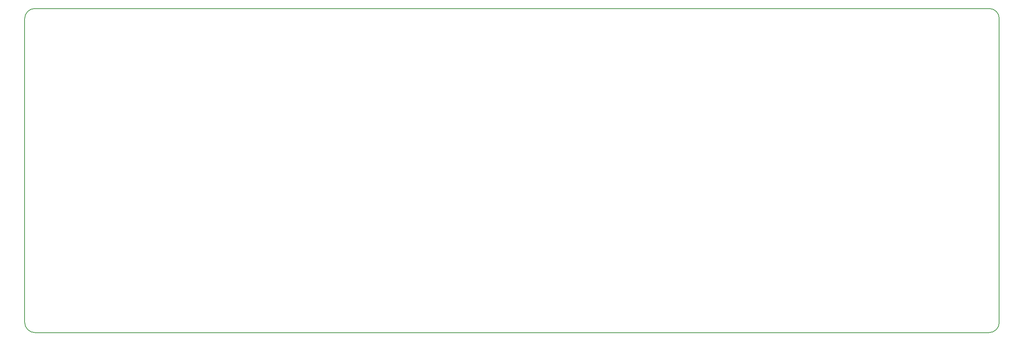
<source format=gm1>
%TF.GenerationSoftware,KiCad,Pcbnew,4.0.6*%
%TF.CreationDate,2017-12-08T16:16:03-08:00*%
%TF.ProjectId,Danck,44616E636B2E6B696361645F70636200,rev?*%
%TF.FileFunction,Profile,NP*%
%FSLAX46Y46*%
G04 Gerber Fmt 4.6, Leading zero omitted, Abs format (unit mm)*
G04 Created by KiCad (PCBNEW 4.0.6) date 12/08/17 16:16:03*
%MOMM*%
%LPD*%
G01*
G04 APERTURE LIST*
%ADD10C,0.100000*%
%ADD11C,0.150000*%
G04 APERTURE END LIST*
D10*
D11*
X254793750Y-104775000D02*
X30956250Y-104775000D01*
X257175000Y-30956250D02*
X257175000Y-102393750D01*
X30956250Y-28575000D02*
X254793750Y-28575000D01*
X28575000Y-102393750D02*
X28575000Y-30956250D01*
X28575000Y-102393750D02*
G75*
G03X30956250Y-104775000I2381250J0D01*
G01*
X254793750Y-104775000D02*
G75*
G03X257175000Y-102393750I0J2381250D01*
G01*
X257175000Y-30956250D02*
G75*
G03X254793750Y-28575000I-2381250J0D01*
G01*
X30956250Y-28575000D02*
G75*
G03X28575000Y-30956250I0J-2381250D01*
G01*
M02*

</source>
